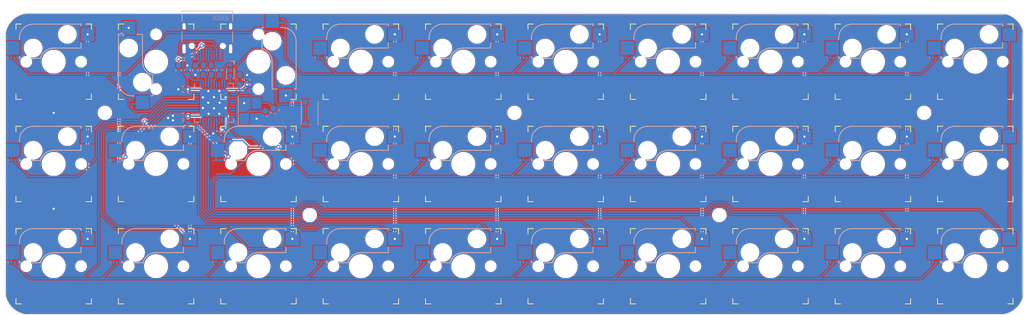
<source format=kicad_pcb>
(kicad_pcb (version 20221018) (generator pcbnew)
  (layers (0 "F.Cu" signal) (31 "B.Cu" signal) (34 "B.Paste" user) (35 "F.Paste" user) (36 "B.SilkS" user "B.Silkscreen") (37 "F.SilkS" user "F.Silkscreen") (38 "B.Mask" user) (39 "F.Mask" user) (44 "Edge.Cuts" user))
  (net 0 "")
  (net 1 "Net-(C1-Pad1)")
  (net 2 "Net-(C2-Pad1)")
  (net 3 "GND")
  (net 4 "VCC")
  (net 5 "/row1")
  (net 6 "Net-(D1-Pad1)")
  (net 7 "/row2")
  (net 8 "Net-(D2-Pad1)")
  (net 9 "/row0")
  (net 10 "Net-(D3-Pad1)")
  (net 11 "Net-(D4-Pad1)")
  (net 12 "Net-(D5-Pad1)")
  (net 13 "Net-(D6-Pad1)")
  (net 14 "Net-(D7-Pad1)")
  (net 15 "Net-(D8-Pad1)")
  (net 16 "Net-(D9-Pad1)")
  (net 17 "Net-(D10-Pad1)")
  (net 18 "Net-(D11-Pad1)")
  (net 19 "Net-(D12-Pad1)")
  (net 20 "Net-(D13-Pad1)")
  (net 21 "Net-(D14-Pad1)")
  (net 22 "Net-(D15-Pad1)")
  (net 23 "Net-(D16-Pad1)")
  (net 24 "Net-(D17-Pad1)")
  (net 25 "Net-(D18-Pad1)")
  (net 26 "Net-(D19-Pad1)")
  (net 27 "Net-(D20-Pad1)")
  (net 28 "Net-(D21-Pad1)")
  (net 29 "Net-(D22-Pad1)")
  (net 30 "Net-(D23-Pad1)")
  (net 31 "Net-(D24-Pad1)")
  (net 32 "Net-(D25-Pad1)")
  (net 33 "Net-(D26-Pad1)")
  (net 34 "Net-(D27-Pad1)")
  (net 35 "Net-(D28-Pad1)")
  (net 36 "Net-(D29-Pad1)")
  (net 37 "Net-(D30-Pad1)")
  (net 38 "/col0")
  (net 39 "/col1")
  (net 40 "/col2")
  (net 41 "/col3")
  (net 42 "/col4")
  (net 43 "/col5")
  (net 44 "/col6")
  (net 45 "/col7")
  (net 46 "/col8")
  (net 47 "/col9")
  (net 48 "Net-(R1-Pad1)")
  (net 49 "Net-(R2-Pad1)")
  (net 50 "Net-(R3-Pad1)")
  (net 51 "Net-(R4-Pad1)")
  (net 52 "Net-(J1-PadA7)")
  (net 53 "Net-(J1-PadA6)")
  (net 54 "Net-(C8-Pad1)")
  (net 55 "Net-(J2-Pad3)")
  (net 56 "Net-(J2-Pad2)")
  (net 57 "Net-(J2-Pad1)")
  (net 58 "Net-(J1-PadB8)")
  (net 59 "Net-(J1-PadA5)")
  (net 60 "Net-(J1-PadA8)")
  (net 61 "Net-(J1-PadB5)")
  (net 62 "Net-(U1-Pad42)")
  (net 63 "Net-(U1-Pad26)")
  (net 64 "Net-(U1-Pad25)")
  (net 65 "Net-(U1-Pad21)")
  (net 66 "Net-(U1-Pad20)")
  (net 67 "Net-(U1-Pad19)")
  (net 68 "Net-(U1-Pad18)")
  (net 69 "Net-(U1-Pad12)")
  (net 70 "Net-(U1-Pad8)")
  (net 71 "Net-(U1-Pad7)")
  (net 72 "Net-(U1-Pad1)")
  (footprint "keyswitches:Kailh_socket_MX" (layer "F.Cu") (at 94.2102 74.93 -90)
    (fp_text reference "K6" hide)
    (fp_text value "KEYSW")
  )
  (footprint "keyswitches:Kailh_socket_MX" (layer "F.Cu") (at 208.2102 74.93)
    (fp_text reference "K24" hide)
    (fp_text value "KEYSW")
  )
  (footprint "keyswitches:Kailh_socket_MX" (layer "F.Cu") (at 227.2102 74.93)
    (fp_text reference "K27" hide)
    (fp_text value "KEYSW")
  )
  (footprint "keyswitches:Kailh_socket_MX" (layer "F.Cu") (at 189.2102 74.93)
    (fp_text reference "K21" hide)
    (fp_text value "KEYSW")
  )
  (footprint "keyswitches:Kailh_socket_MX" (layer "F.Cu") (at 189.2102 93.93)
    (fp_text reference "K22" hide)
    (fp_text value "KEYSW")
  )
  (footprint "keyswitches:Kailh_socket_MX" (layer "F.Cu") (at 208.2102 112.93)
    (fp_text reference "K26" hide)
    (fp_text value "KEYSW")
  )
  (footprint "keyswitches:Kailh_socket_MX" (layer "F.Cu") (at 208.2102 93.93)
    (fp_text reference "K25" hide)
    (fp_text value "KEYSW")
  )
  (footprint "keyswitches:Kailh_socket_MX" (layer "F.Cu") (at 170.2102 93.93)
    (fp_text reference "K19" hide)
    (fp_text value "KEYSW")
  )
  (footprint "keyswitches:Kailh_socket_MX" (layer "F.Cu") (at 170.2102 112.93)
    (fp_text reference "K20" hide)
    (fp_text value "KEYSW")
  )
  (footprint "keyswitches:Kailh_socket_MX" (layer "F.Cu") (at 189.2102 112.93)
    (fp_text reference "K23" hide)
    (fp_text value "KEYSW")
  )
  (footprint "keyswitches:Kailh_socket_MX" (layer "F.Cu") (at 151.2102 112.93)
    (fp_text reference "K17" hide)
    (fp_text value "KEYSW")
  )
  (footprint "keyswitches:Kailh_socket_MX" (layer "F.Cu") (at 132.2102 74.93)
    (fp_text reference "K12" hide)
    (fp_text value "KEYSW")
  )
  (footprint "keyswitches:Kailh_socket_MX" (layer "F.Cu") (at 170.2102 74.93)
    (fp_text reference "K18" hide)
    (fp_text value "KEYSW")
  )
  (footprint "keyswitches:Kailh_socket_MX" (layer "F.Cu") (at 113.2102 93.93)
    (fp_text reference "K10" hide)
    (fp_text value "KEYSW")
  )
  (footprint "keyswitches:Kailh_socket_MX" (layer "F.Cu") (at 151.2102 93.93)
    (fp_text reference "K16" hide)
    (fp_text value "KEYSW")
  )
  (footprint "keyswitches:Kailh_socket_MX" (layer "F.Cu") (at 113.2102 112.93)
    (fp_text reference "K11" hide)
    (fp_text value "KEYSW")
  )
  (footprint "keyswitches:Kailh_socket_MX" (layer "F.Cu") (at 151.2102 74.93)
    (fp_text reference "K15" hide)
    (fp_text value "KEYSW")
  )
  (footprint "keyswitches:Kailh_socket_MX" (layer "F.Cu") (at 132.2102 93.93)
    (fp_text reference "K13" hide)
    (fp_text value "KEYSW")
  )
  (footprint "keyswitches:Kailh_socket_MX" (layer "F.Cu") (at 132.2102 112.93)
    (fp_text reference "K14" hide)
    (fp_text value "KEYSW")
  )
  (footprint "keyswitches:Kailh_socket_MX" (layer "F.Cu") (at 227.2102 112.93)
    (fp_text reference "K29" hide)
    (fp_text value "KEYSW")
  )
  (footprint "keyswitches:Kailh_socket_MX" (layer "F.Cu") (at 56.2102 74.93)
    (fp_text reference "K30" hide)
    (fp_text value "KEYSW")
  )
  (footprint "keyswitches:Kailh_socket_MX" (layer "F.Cu") (at 75.2102 74.93 90)
    (fp_text reference "K3" hide)
    (fp_text value "KEYSW")
  )
  (footprint "keyswitches:Kailh_socket_MX" (layer "F.Cu") (at 227.2102 93.93)
    (fp_text reference "K28" hide)
    (fp_text value "KEYSW")
  )
  (footprint "keyswitches:Kailh_socket_MX" (layer "F.Cu") (at 75.2102 93.93)
    (fp_text reference "K4" hide)
    (fp_text value "KEYSW")
  )
  (footprint "keyswitches:Kailh_socket_MX" (layer "F.Cu") (at 75.2102 112.93)
    (fp_text reference "K5" hide)
    (fp_text value "KEYSW")
  )
  (footprint "keyswitches:Kailh_socket_MX" (layer "F.Cu") (at 113.2102 74.93)
    (fp_text reference "K9" hide)
    (fp_text value "KEYSW")
  )
  (footprint "keyswitches:Kailh_socket_MX" (layer "F.Cu") (at 94.2102 93.93)
    (fp_text reference "K7" hide)
    (fp_text value "KEYSW")
  )
  (footprint "keyswitches:Kailh_socket_MX" (layer "F.Cu") (at 56.2102 93.93)
    (fp_text reference "K1" hide)
    (fp_text value "KEYSW")
  )
  (footprint "keyswitches:Kailh_socket_MX" (layer "F.Cu") (at 56.2102 112.93)
    (fp_text reference "K2" hide)
    (fp_text value "KEYSW")
  )
  (footprint "keyswitches:Kailh_socket_MX" (layer "F.Cu") (at 94.2102 112.93)
    (fp_text reference "K8" hide)
    (fp_text value "KEYSW")
  )
  (footprint "MountingHole:MountingHole_2.2mm_M2" (layer "F.Cu") (at 141.7102 84.43)
    (fp_text reference "H5" hide)
    (fp_text value "MountingHole")
  )
  (footprint "MountingHole:MountingHole_2.2mm_M2" (layer "B.Cu") (at 217.7102 84.43)
    (fp_text reference "H2" hide)
    (fp_text value "MountingHole")
  )
  (footprint "MountingHole:MountingHole_2.2mm_M2" (layer "B.Cu") (at 179.7102 103.43)
    (fp_text reference "H3" hide)
    (fp_text value "MountingHole")
  )
  (footprint "Button_Switch_SMD:SW_Push_1P1T_NO_CK_KMR2" (layer "B.Cu") (at 103.7102 84.43 -90)
    (fp_text reference "SW1" hide)
    (fp_text value "SW_Push")
  )
  (footprint "Diode_SMD:D_0201_0603Metric" (layer "B.Cu") (at 143.6502 93.25)
    (fp_text reference "D17" hide)
    (fp_text value "DIODE")
  )
  (footprint "Diode_SMD:D_0201_0603Metric" (layer "B.Cu") (at 124.6502 112.25)
    (fp_text reference "D15" hide)
    (fp_text value "DIODE")
  )
  (footprint "Diode_SMD:D_0201_0603Metric" (layer "B.Cu") (at 162.6502 74.25)
    (fp_text reference "D19" hide)
    (fp_text value "DIODE")
  )
  (footprint "Diode_SMD:D_0201_0603Metric" (layer "B.Cu") (at 105.6502 93.25)
    (fp_text reference "D11" hide)
    (fp_text value "DIODE")
  )
  (footprint "Diode_SMD:D_0201_0603Metric" (layer "B.Cu") (at 105.6502 112.25)
    (fp_text reference "D12" hide)
    (fp_text value "DIODE")
  )
  (footprint "Diode_SMD:D_0201_0603Metric" (layer "B.Cu") (at 124.6502 74.25)
    (fp_text reference "D13" hide)
    (fp_text value "DIODE")
  )
  (footprint "Diode_SMD:D_0201_0603Metric" (layer "B.Cu") (at 124.6502 93.25)
    (fp_text reference "D14" hide)
    (fp_text value "DIODE")
  )
  (footprint "Diode_SMD:D_0201_0603Metric" (layer "B.Cu") (at 143.6502 74.25)
    (fp_text reference "D16" hide)
    (fp_text value "DIODE")
  )
  (footprint "Diode_SMD:D_0201_0603Metric" (layer "B.Cu") (at 143.6502 112.25)
    (fp_text reference "D18" hide)
    (fp_text value "DIODE")
  )
  (footprint "Diode_SMD:D_0201_0603Metric" (layer "B.Cu") (at 48.6502 93.25)
    (fp_text reference "D1" hide)
    (fp_text value "DIODE")
  )
  (footprint "Capacitor_SMD:C_0603_1608Metric_Pad1.05x0.95mm_HandSolder" (layer "B.Cu") (at 86.9802 76.5 90)
    (fp_text reference "C8" hide)
    (fp_text value "1u")
  )
  (footprint "Capacitor_SMD:C_0603_1608Metric_Pad1.05x0.95mm_HandSolder" (layer "B.Cu") (at 96.098918 84.718718 -45)
    (fp_text reference "C1" hide)
    (fp_text value "22p")
  )
  (footprint "Capacitor_SMD:C_0603_1608Metric_Pad1.05x0.95mm_HandSolder" (layer "B.Cu") (at 97.648918 84.228718 -45)
    (fp_text reference "C2" hide)
    (fp_text value "22p")
  )
  (footprint "Capacitor_SMD:C_0603_1608Metric_Pad1.05x0.95mm_HandSolder" (layer "B.Cu") (at 80.2652 85.05 180)
    (fp_text reference "C3" hide)
    (fp_text value "0.1u")
  )
  (footprint "Capacitor_SMD:C_0603_1608Metric_Pad1.05x0.95mm_HandSolder" (layer "B.Cu") (at 92.1002 78.29 90)
    (fp_text reference "C4" hide)
    (fp_text value "0.1u")
  )
  (footprint "Capacitor_SMD:C_0603_1608Metric_Pad1.05x0.95mm_HandSolder" (layer "B.Cu") (at 80.2502 80.05 180)
    (fp_text reference "C6" hide)
    (fp_text value "0.1u")
  )
  (footprint "Capacitor_SMD:C_0603_1608Metric_Pad1.05x0.95mm_HandSolder" (layer "B.Cu") (at 86.8902 88.19 -135)
    (fp_text reference "C5" hide)
    (fp_text value "0.1u")
  )
  (footprint "Diode_SMD:D_0201_0603Metric" (layer "B.Cu") (at 200.6502 93.25)
    (fp_text reference "D26" hide)
    (fp_text value "DIODE")
  )
  (footprint "Diode_SMD:D_0201_0603Metric" (layer "B.Cu") (at 181.6502 93.25)
    (fp_text reference "D23" hide)
    (fp_text value "DIODE")
  )
  (footprint "Diode_SMD:D_0201_0603Metric" (layer "B.Cu") (at 200.6502 74.25)
    (fp_text reference "D25" hide)
    (fp_text value "DIODE")
  )
  (footprint "Diode_SMD:D_0201_0603Metric" (layer "B.Cu") (at 200.6502 112.25)
    (fp_text reference "D27" hide)
    (fp_text value "DIODE")
  )
  (footprint "Diode_SMD:D_0201_0603Metric" (layer "B.Cu") (at 219.6502 74.25)
    (fp_text reference "D28" hide)
    (fp_text value "DIODE")
  )
  (footprint "Diode_SMD:D_0201_0603Metric" (layer "B.Cu") (at 162.6502 93.25)
    (fp_text reference "D20" hide)
    (fp_text value "DIODE")
  )
  (footprint "Diode_SMD:D_0201_0603Metric" (layer "B.Cu") (at 181.6502 112.25)
    (fp_text reference "D24" hide)
    (fp_text value "DIODE")
  )
  (footprint "Diode_SMD:D_0201_0603Metric" (layer "B.Cu") (at 162.6502 112.25)
    (fp_text reference "D21" hide)
    (fp_text value "DIODE")
  )
  (footprint "Diode_SMD:D_0201_0603Metric" (layer "B.Cu") (at 181.6502 74.25)
    (fp_text reference "D22" hide)
    (fp_text value "DIODE")
  )
  (footprint "Resistor_SMD:R_0603_1608Metric_Pad1.05x0.95mm_HandSolder" (layer "B.Cu") (at 90.7302 78.275 90)
    (fp_text reference "R1" hide)
    (fp_text value "10k")
  )
  (footprint "Crystal:Crystal_SMD_3225-4Pin_3.2x2.5mm_HandSoldering" (layer "B.Cu") (at 92.7102 84.08 90)
    (fp_text reference "Y1" hide)
    (fp_text value "Crystal")
  )
  (footprint "Package_DFN_QFN:QFN-44-1EP_7x7mm_P0.5mm_EP5.2x5.2mm" (layer "B.Cu") (at 85.9502 82.55 -90)
    (fp_text reference "U1" hide)
    (fp_text value "ATmega32U4-MU")
  )
  (footprint "Connector_PinHeader_1.00mm:PinHeader_1x03_P1.00mm_Vertical" (layer "B.Cu") (at 88.9902 75.52 180)
    (fp_text reference "J2" hide)
    (fp_text value "Conn_01x03")
  )
  (footprint "Resistor_SMD:R_0603_1608Metric_Pad1.05x0.95mm_HandSolder" (layer "B.Cu") (at 83.9702 76.495 90)
    (fp_text reference "R3" hide)
    (fp_text value "22")
  )
  (footprint "Resistor_SMD:R_0603_1608Metric_Pad1.05x0.95mm_HandSolder" (layer "B.Cu") (at 85.4702 76.495 90)
    (fp_text reference "R4" hide)
    (fp_text value "22")
  )
  (footprint "usb c:USB_C_Receptacle_HRO_TYPE-C-31-M-12_hand_solder" (layer "B.Cu") (at 84.7202 69.41)
    (fp_text reference "J1" hide)
    (fp_text value "USB_C_Receptacle_USB2.0")
  )
  (footprint "Diode_SMD:D_0201_0603Metric" (layer "B.Cu") (at 105.6502 74.25)
    (fp_text reference "D10" hide)
    (fp_text value "DIODE")
  )
  (footprint "Diode_SMD:D_0201_0603Metric" (layer "B.Cu") (at 86.6502 112.25)
    (fp_text reference "D9" hide)
    (fp_text value "DIODE")
  )
  (footprint "Diode_SMD:D_0201_0603Metric" (layer "B.Cu") (at 70.7502 82.49 90)
    (fp_text reference "D4" hide)
    (fp_text value "DIODE")
  )
  (footprint "Diode_SMD:D_0201_0603Metric" (layer "B.Cu") (at 48.6502 112.25)
    (fp_text reference "D2" hide)
    (fp_text value "DIODE")
  )
  (footprint "Diode_SMD:D_0201_0603Metric" (layer "B.Cu") (at 48.5902 74.25)
    (fp_text reference "D3" hide)
    (fp_text value "DIODE")
  )
  (footprint "Diode_SMD:D_0201_0603Metric" (layer "B.Cu") (at 98.6502 67.37 90)
    (fp_text reference "D7" hide)
    (fp_text value "DIODE")
  )
  (footprint "Diode_SMD:D_0201_0603Metric" (layer "B.Cu") (at 67.6502 93.25)
    (fp_text reference "D5" hide)
    (fp_text value "DIODE")
  )
  (footprint "Diode_SMD:D_0201_0603Metric" (layer "B.Cu") (at 67.6502 112.25)
    (fp_text reference "D6" hide)
    (fp_text value "DIODE")
  )
  (footprint "Diode_SMD:D_0201_0603Metric" (layer "B.Cu") (at 86.6502 93.25)
    (fp_text reference "D8" hide)
    (fp_text value "DIODE")
  )
  (footprint "Diode_SMD:D_0201_0603Metric" (layer "B.Cu") (at 219.6502 93.25)
    (fp_text reference "D29" hide)
    (fp_text value "DIODE")
  )
  (footprint "Diode_SMD:D_0201_0603Metric" (layer "B.Cu") (at 219.6502 112.25)
    (fp_text reference "D30" hide)
    (fp_text value "DIODE")
  )
  (footprint "Resistor_SMD:R_0603_1608Metric_Pad1.05x0.95mm_HandSolder" (layer "B.Cu") (at 80.2602 86.43 180)
    (fp_text reference "R2" hide)
    (fp_text value "10k")
  )
  (footprint "MountingHole:MountingHole_2.2mm_M2" (layer "B.Cu") (at 65.7102 84.43)
    (fp_text reference "H4" hide)
    (fp_text value "MountingHole")
  )
  (footprint "MountingHole:MountingHole_2.2mm_M2" (layer "B.Cu") (at 103.7102 103.43)
    (fp_text reference "H1" hide)
    (fp_text value "MountingHole")
  )
  (footprint "Resistor_SMD:R_0603_1608Metric_Pad1.05x0.95mm_HandSolder" (layer "B.Cu") (at 82.4992 76.5048 90)
    (fp_text reference "R5" hide)
    (fp_text value "22")
  )
  (footprint "Resistor_SMD:R_0603_1608Metric_Pad1.05x0.95mm_HandSolder" (layer "B.Cu") (at 79.4004 76.5162 90)
    (fp_text reference "R6" hide)
    (fp_text value "22")
  )
  (footprint "Capacitor_SMD:C_0603_1608Metric_Pad1.05x0.95mm_HandSolder" (layer "B.Cu") (at 81.026 76.5048 90)
    (fp_text reference "C7" hide)
    (fp_text value "4.7u")
  )
  (gr_arc (start 47.2102 70.43) (mid 48.528219 67.248019) (end 51.7102 65.93) (stroke (width 0.1)) (layer "Edge.Cuts"))
  (gr_arc (start 51.7102 121.93) (mid 48.528219 120.611981) (end 47.2102 117.43) (stroke (width 0.1)) (layer "Edge.Cuts"))
  (gr_line (start 51.7102 121.93) (end 231.7102 121.93) (stroke (width 0.1)) (layer "Edge.Cuts"))
  (gr_line (start 236.2102 117.43) (end 236.2102 72.43) (stroke (width 0.1)) (layer "Edge.Cuts"))
  (gr_line (start 231.7102 65.93) (end 51.7102 65.93) (stroke (width 0.1)) (layer "Edge.Cuts"))
  (gr_line (start 236.2102 72.43) (end 236.2102 70.43) (stroke (width 0.1)) (layer "Edge.Cuts"))
  (gr_arc (start 231.7102 65.93) (mid 234.892181 67.248019) (end 236.2102 70.43) (stroke (width 0.1)) (layer "Edge.Cuts"))
  (gr_arc (start 236.2102 117.43) (mid 234.892181 120.611981) (end 231.7102 121.93) (stroke (width 0.1)) (layer "Edge.Cuts"))
  (gr_line (start 47.2102 97.43) (end 47.2102 117.43) (stroke (width 0.1)) (layer "Edge.Cuts"))
  (gr_line (start 47.2102 70.43) (end 47.2102 97.43) (stroke (width 0.1)) (layer "Edge.Cuts"))
  (gr_text "JLCJLCJLCJLC" (at 87.122 66.802) (layer "B.SilkS") (effects (font (size 0.8 0.3) (thickness 0.0375)) (justify mirror)))
  (segment (start 95.4802 84.1) (end 92.575198 84.1) (width 0.25) (layer "B.Cu") (net 1))
  (segment (start 92.575198 84.1) (end 91.3902 85.284998) (width 0.25) (layer "B.Cu") (net 1))
  (segment (start 91.3902 85.284998) (end 91.3902 85.52) (width 0.25) (layer "B.Cu") (net 1))
  (segment (start 90.15021 85.43001) (end 90.15021 82.826988) (width 0.25) (layer "B.Cu") (net 1))
  (segment (start 89.873222 82.55) (end 89.2877 82.55) (width 0.25) (layer "B.Cu") (net 1))
  (segment (start 91.3902 85.52) (end 90.2402 85.52) (width 0.25) (layer "B.Cu") (net 1))
  (segment (start 90.15021 82.826988) (end 89.873222 82.55) (width 0.25) (layer "B.Cu") (net 1))
  (segment (start 90.2402 85.52) (end 90.15021 85.43001) (width 0.25) (layer "B.Cu") (net 1))
  (segment (start 92.705202 81.24) (end 93.8602 82.394998) (width 0.25) (layer "B.Cu") (net 2))
  (segment (start 90.196033 81.727189) (end 90.196033 81.500009) (width 0.25) (layer "B.Cu") (net 2))
  (segment (start 89.873222 82.05) (end 90.196033 81.727189) (width 0.25) (layer "B.Cu") (net 2))
  (segment (start 96.0402 82.62) (end 93.6902 82.62) (width 0.25) (layer "B.Cu") (net 2))
  (segment (start 90.196033 81.500009) (end 90.456042 81.24) (width 0.25) (layer "B.Cu") (net 2))
  (segment (start 89.2877 82.05) (end 89.873222 82.05) (width 0.25) (layer "B.Cu") (net 2))
  (segment (start 97.0302 83.61) (end 96.0402 82.62) (width 0.25) (layer "B.Cu") (net 2))
  (segment (start 93.8602 82.394998) (end 93.8602 82.63) (width 0.25) (layer "B.Cu") (net 2))
  (segment (start 90.456042 81.24) (end 92.705202 81.24) (width 0.25) (layer "B.Cu") (net 2))
  (segment (start 85.9536 83.5914) (end 85.9282 83.5914) (width 0.25) (layer "F.Cu") (net 3))
  (segment (start 91.5602 82.63) (end 89.1832 82.63) (width 0.25) (layer "F.Cu") (net 3))
  (segment (start 85.9282 83.5914) (end 84.9376 84.582) (width 0.25) (layer "F.Cu") (net 3))
  (segment (start 84.9376 84.582) (end 86.9696 84.582) (width 0.25) (layer "F.Cu") (net 3))
  (segment (start 89.1832 82.63) (end 88.1126 81.5594) (width 0.25) (layer "F.Cu") (net 3))
  (via (at 56.2102 102.26) (size 0.8) (drill 0.4) (layers "F.Cu" "B.Cu") (net 3))
  (via (at 85.9536 83.5914) (size 0.8) (drill 0.4) (layers "F.Cu" "B.Cu") (net 3))
  (via (at 83.8962 83.5406) (size 0.8) (drill 0.4) (layers "F.Cu" "B.Cu") (net 3))
  (via (at 83.8962 81.5594) (size 0.8) (drill 0.4) (layers "F.Cu" "B.Cu") (net 3))
  (via (at 86.995 82.55) (size 0.8) (drill 0.4) (layers "F.Cu" "B.Cu") (net 3))
  (via (at 86.9442 80.3656) (size 0.8) (drill 0.4) (layers "F.Cu" "B.Cu") (net 3))
  (via (at 84.9122 80.391) (size 0.8) (drill 0.4) (layers "F.Cu" "B.Cu") (net 3))
  (via (at 86.9442 84.6074) (size 0.8) (drill 0.4) (layers "F.Cu" "B.Cu") (net 3))
  (via (at 81.026 75.6298) (size 0.8) (drill 0.4) (layers "F.Cu" "B.Cu") (net 3))
  (via (at 91.5602 82.63) (size 0.8) (drill 0.4) (layers "F.Cu" "B.Cu") (net 3))
  (via (at 88.1126 81.5594) (size 0.8) (drill 0.4) (layers "F.Cu" "B.Cu") (net 3))
  (via (at 78.3336 85.8266) (size 0.8) (drill 0.4) (layers "F.Cu" "B.Cu") (net 3))
  (via (at 79.3496 80.0608) (size 0.8) (drill 0.4) (layers "F.Cu" "B.Cu") (net 3))
  (via (at 93.8602 85.53) (size 0.8) (drill 0.4) (layers "F.Cu" "B.Cu") (net 3))
  (via (at 82.4992 77.3798) (size 0.8) (drill 0.4) (layers "F.Cu" "B.Cu") (net 3))
  (via (at 85.9536 81.5086) (size 0.8) (drill 0.4) (layers "F.Cu" "B.Cu") (net 3))
  (via (at 92.1002 77.41) (size 0.8) (drill 0.4) (layers "F.Cu" "B.Cu") (net 3))
  (via (at 84.963 84.6074) (size 0.8) (drill 0.4) (layers "F.Cu" "B.Cu") (net 3))
  (via (at 84.8868 82.55) (size 0.8) (drill 0.4) (layers "F.Cu" "B.Cu") (net 3))
  (via (at 78.3336 84.963) (size 0.8) (drill 0.4) (layers "F.Cu" "B.Cu") (net 3))
  (via (at 85.8012 88.265) (size 0.8) (drill 0.4) (layers "F.Cu" "B.Cu") (net 3))
  (via (at 88.1126 83.5406) (size 0.8) (drill 0.4) (layers "F.Cu" "B.Cu") (net 3))
  (via (at 77.4446 85.3948) (size 0.8) (drill 0.4) (layers "F.Cu" "B.Cu") (net 3))
  (via (at 56.2102 84.43) (size 0.8) (drill 0.4) (layers "F.Cu" "B.Cu") (net 3))
  (segment (start 81.026 75.6298) (end 81.026 75.6298) (width 0.25) (layer "B.Cu") (net 3))
  (segment (start 82.4992 77.3798) (end 81.026 75.6298) (width 0.25) (layer "B.Cu") (net 3))
  (segment (start 85.4502 79.2125) (end 85.4502 79.853) (width 0.25) (layer "B.Cu") (net 3))
  (segment (start 88.40021 85.68241) (end 88.40021 84.393895) (width 0.25) (layer "B.Cu") (net 3))
  (segment (start 88.4502 85.7324) (end 88.40021 85.68241) (width 0.25) (layer "B.Cu") (net 3))
  (segment (start 83.9216 81.534) (end 84.9342 81.534) (width 0.25) (layer "B.Cu") (net 3))
  (segment (start 83.2502 84.55) (end 83.8962 83.904) (width 0.25) (layer "B.Cu") (net 3))
  (segment (start 82.6127 84.55) (end 83.2502 84.55) (width 0.25) (layer "B.Cu") (net 3))
  (segment (start 84.9056 84.55) (end 84.9376 84.582) (width 0.25) (layer "B.Cu") (net 3))
  (segment (start 83.8962 83.904) (end 83.8962 83.5406) (width 0.25) (layer "B.Cu") (net 3))
  (segment (start 83.503285 80.55) (end 83.9216 80.968315) (width 0.25) (layer "B.Cu") (net 3))
  (segment (start 81.026 74.1492) (end 81.4702 73.705) (width 0.25) (layer "B.Cu") (net 3))
  (segment (start 89.2877 81.55) (end 88.122 81.55) (width 0.25) (layer "B.Cu") (net 3))
  (segment (start 84.9342 81.534) (end 85.9502 82.55) (width 0.25) (layer "B.Cu") (net 3))
  (segment (start 92.1002 77.415) (end 92.1002 77.41) (width 0.25) (layer "B.Cu") (net 3))
  (segment (start 86.271482 88.735282) (end 85.8012 88.265) (width 0.25) (layer "B.Cu") (net 3))
  (segment (start 82.4992 77.103) (end 82.4992 77.3798) (width 0.25) (layer "B.Cu") (net 3))
  (segment (start 82.6127 80.55) (end 83.503285 80.55) (width 0.25) (layer "B.Cu") (net 3))
  (segment (start 81.026 75.6298) (end 81.026 74.1492) (width 0.25) (layer "B.Cu") (net 3))
  (segment (start 88.4502 85.8875) (end 88.4502 85.7324) (width 0.25) (layer "B.Cu") (net 3))
  (segment (start 83.9216 80.968315) (end 83.9216 81.534) (width 0.25) (layer "B.Cu") (net 3))
  (segment (start 82.4992 77.3798) (end 82.4992 77.103) (width 0.25) (layer "B.Cu") (net 3))
  (segment (start 88.122 81.55) (end 88.1126 81.5594) (width 0.25) (layer "B.Cu") (net 3))
  (segment (start 88.40021 84.393895) (end 88.1126 84.106285) (width 0.25) (layer "B.Cu") (net 3))
  (segment (start 85.4502 79.853) (end 84.9122 80.391) (width 0.25) (layer "B.Cu") (net 3))
  (segment (start 86.271482 88.808718) (end 86.271482 88.735282) (width 0.25) (layer "B.Cu") (net 3))
  (segment (start 88.1126 84.106285) (end 88.1126 83.5406) (width 0.25) (layer "B.Cu") (net 3))
  (segment (start 81.1252 85.035) (end 81.1402 85.05) (width 0.25) (layer "F.Cu") (net 4))
  (segment (start 81.1252 80.05) (end 83.4502 80.05) (width 0.25) (layer "F.Cu") (net 4))
  (segment (start 86.0852 82.415) (end 88.4202 80.08) (width 0.25) (layer "F.Cu") (net 4))
  (segment (start 81.1402 85.05) (end 83.4502 85.05) (width 0.25) (layer "F.Cu") (net 4))
  (segment (start 83.4502 85.05) (end 86.0852 82.415) (width 0.25) (layer "F.Cu") (net 4))
  (segment (start 88.4202 80.08) (end 91.1852 80.08) (width 0.25) (layer "F.Cu") (net 4))
  (segment (start 91.1852 80.08) (end 92.1002 79.165) (width 0.25) (layer "F.Cu") (net 4))
  (segment (start 85.9502 82.55) (end 88.4202 85.02) (width 0.25) (layer "F.Cu") (net 4))
  (segment (start 86.0852 82.415) (end 85.9502 82.55) (width 0.25) (layer "F.Cu") (net 4))
  (segment (start 88.4202 86.66) (end 87.508918 87.571282) (width 0.25) (layer "F.Cu") (net 4))
  (segment (start 88.4202 85.02) (end 88.4202 86.66) (width 0.25) (layer "F.Cu") (net 4))
  (segment (start 83.4502 80.05) (end 85.9502 82.55) (width 0.25) (layer "F.Cu") (net 4))
  (via (at 81.1402 85.05) (size 0.8) (drill 0.4) (layers "F.Cu" "B.Cu") (net 4))
  (via (at 81.1252 80.05) (size 0.8) (drill 0.4) (layers "F.Cu" "B.Cu") (net 4))
  (via (at 92.1002 79.165) (size 0.8) (drill 0.4) (layers "F.Cu" "B.Cu") (net 4))
  (via (at 87.508918 87.571282) (size 0.8) (drill 0.4) (layers "F.Cu" "B.Cu") (net 4))
  (segment (start 82.480201 71.697999) (end 81.947192 71.16499) (width 0.25) (layer "B.Cu") (net 4))
  (segment (start 82.2702 73.705) (end 82.480201 73.494999) (width 0.25) (layer "B.Cu") (net 4))
  (segment (start 82.480201 73.494999) (end 82.480201 71.697999) (width 0.25) (layer "B.Cu") (net 4))
  (segment (start 87.1702 72.694998) (end 85.640192 71.16499) (width 0.25) (layer "B.Cu") (net 4))
  (segment (start 87.1702 73.705) (end 87.1702 72.694998) (width 0.25) (layer "B.Cu") (net 4))
  (segment (start 81.947192 71.16499) (end 81.47521 71.16499) (width 0.25) (layer "B.Cu") (net 4))
  (segment (start 85.640192 71.16499) (end 81.47521 71.16499) (width 0.25) (layer "B.Cu") (net 4))
  (segment (start 92.1002 78.97) (end 90.7302 77.6) (width 0.25) (layer "B.Cu") (net 4))
  (segment (start 90.7302 77.6) (end 90.7302 77.4) (width 0.25) (layer "B.Cu") (net 4))
  (segment (start 91.059622 80.00001) (end 91.77019 80.00001) (width 0.25) (layer "B.Cu") (net 4))
  (segment (start 91.77019 80.00001) (end 92.1002 79.67) (width 0.25) (layer "B.Cu") (net 4))
  (segment (start 81.1252 80.05) (end 82.6127 80.05) (width 0.25) (layer "B.Cu") (net 4))
  (segment (start 92.1002 79.67) (end 92.1002 79.165) (width 0.25) (layer "B.Cu") (net 4))
  (segment (start 90.009632 81.05) (end 91.059622 80.00001) (width 0.25) (layer "B.Cu") (net 4))
  (segment (start 89.2877 81.05) (end 90.009632 81.05) (width 0.25) (layer "B.Cu") (net 4))
  (segment (start 92.1002 79.165) (end 92.1002 78.97) (width 0.25) (layer "B.Cu") (net 4))
  (segment (start 81.1402 85.05) (end 82.6127 85.05) (width 0.25) (layer "B.Cu") (net 4))
  (segment (start 79.59519 73.49919) (end 80.2132 74.1172) (width 0.25) (layer "B.Cu") (net 4))
  (segment (start 80.9752 77.329) (end 81.026 77.3798) (width 0.25) (layer "B.Cu") (net 4))
  (segment (start 80.05847 71.16499) (end 79.6036 71.61986) (width 0.25) (layer "B.Cu") (net 4))
  (segment (start 87.9502 85.8875) (end 87.9502 87.13) (width 0.25) (layer "B.Cu") (net 4))
  (segment (start 81.47521 71.16499) (end 80.05847 71.16499) (width 0.25) (layer "B.Cu") (net 4))
  (segment (start 81.026 77.3798) (end 81.026 79.9508) (width 0.25) (layer "B.Cu") (net 4))
  (segment (start 83.9502 78.575) (end 83.7088 78.3336) (width 0.25) (layer "B.Cu") (net 4))
  (segment (start 79.6036 71.61986) (end 79.6036 71.648144) (width 0.25) (layer "B.Cu") (net 4))
  (segment (start 80.2132 74.1172) (end 80.2132 76.9112) (width 0.25) (layer "B.Cu") (net 4))
  (segment (start 79.59519 71.656554) (end 79.59519 73.49919) (width 0.25) (layer "B.Cu") (net 4))
  (segment (start 80.631 77.329) (end 80.9752 77.329) (width 0.25) (layer "B.Cu") (net 4))
  (segment (start 83.7088 78.3336) (end 81.9798 78.3336) (width 0.25) (layer "B.Cu") (net 4))
  (segment (start 79.6036 71.648144) (end 79.59519 71.656554) (width 0.25) (layer "B.Cu") (net 4))
  (segment (start 81.9798 78.3336) (end 81.026 77.3798) (width 0.25) (layer "B.Cu") (net 4))
  (segment (start 83.9502 79.2125) (end 83.9502 78.575) (width 0.25) (layer "B.Cu") (net 4))
  (segment (start 80.2132 76.9112) (end 80.631 77.329) (width 0.25) (layer "B.Cu") (net 4))
  (segment (start 81.026 79.9508) (end 81.1252 80.05) (width 0.25) (layer "B.Cu") (net 4))
  (segment (start 87.9502 87.13) (end 87.508918 87.571282) (width 0.25) (layer "B.Cu") (net 4))
  (segment (start 97.8902 90.79) (end 92.501202 90.79) (width 0.25) (layer "F.Cu") (net 5))
  (segment (start 89.524199 89.564999) (end 88.575199 90.513999) (width 0.25) (layer "F.Cu") (net 5))
  (segment (start 83.085059 87.024999) (end 88.628616 92.568556) (width 0.25) (layer "F.Cu") (net 5))
  (segment (start 69.5252 92.611254) (end 69.5252 90.563998) (width 0.25) (layer "F.Cu") (net 5))
  (segment (start 73.100063 86.03002) (end 73.064199 86.065884) (width 0.25) (layer "F.Cu") (net 5))
  (segment (start 91.276201 89.564999) (end 89.524199 89.564999) (width 0.25) (layer "F.Cu") (net 5))
  (segment (start 88.575199 90.513999) (end 88.575199 92.515139) (width 0.25) (layer "F.Cu") (net 5))
  (segment (start 69.5252 90.563998) (end 73.064199 87.024999) (width 0.25) (layer "F.Cu") (net 5))
  (segment (start 92.501202 90.79) (end 91.276201 89.564999) (width 0.25) (layer "F.Cu") (net 5))
  (segment (start 73.064199 87.024999) (end 83.085059 87.024999) (width 0.25) (layer "F.Cu") (net 5))
  (segment (start 73.064199 86.065884) (end 73.064199 87.024999) (width 0.25) (layer "F.Cu") (net 5))
  (segment (start 88.575199 92.515139) (end 88.628616 92.568556) (width 0.25) (layer "F.Cu") (net 5))
  (via (at 69.5252 92.611254) (size 0.8) (drill 0.4) (layers "F.Cu" "B.Cu") (net 5))
  (via (at 97.8902 90.79) (size 0.8) (drill 0.4) (layers "F.Cu" "B.Cu") (net 5))
  (via (at 73.100063 86.03002) (size 0.8) (drill 0.4) (layers "F.Cu" "B.Cu") (net 5))
  (via (at 88.628616 92.568556) (size 0.8) (drill 0.4) (layers "F.Cu" "B.Cu") (net 5))
  (segment (start 162.88521 93.33499) (end 162.9702 93.25) (width 0.25) (layer "B.Cu") (net 5))
  (segment (start 51.708767 96.248901) (end 60.711633 96.248901) (width 0.25) (layer "B.Cu") (net 5))
  (segment (start 108.708767 96.248901) (end 122.171299 96.248901) (width 0.25) (layer "B.Cu") (net 5))
  (segment (start 162.88521 93.526048) (end 162.88521 93.33499) (width 0.25) (layer "B.Cu") (net 5))
  (segment (start 108.708767 96.248901) (end 103.349435 96.248901) (width 0.25) (layer "B.Cu") (net 5))
  (segment (start 143.9702 93.45) (end 143.9702 93.25) (width 0.25) (layer "B.Cu") (net 5))
  (segment (start 179.162357 96.248901) (end 181.9702 93.441058) (width 0.25) (layer "B.Cu") (net 5))
  (segment (start 141.171299 96.248901) (end 143.9702 93.45) (width 0.25) (layer "B.Cu") (net 5))
  (segment (start 64.1102 87.87641) (end 65.681599 86.305011) (width 0.25) (layer "B.Cu") (net 5))
  (segment (start 48.9702 93.25) (end 48.9702 93.510334) (width 0.25) (layer "B.Cu") (net 5))
  (segment (start 74.199022 85.344) (end 74.736611 84.806411) (width 0.25) (layer "B.Cu") (net 5))
  (segment (start 181.9702 93.441058) (end 181.9702 93.25) (width 0.25) (layer "B.Cu") (net 5))
  (segment (start 198.171299 96.248901) (end 217.162357 96.248901) (width 0.25) (layer "B.Cu") (net 5))
  (segment (start 88.628616 92.568556) (end 87.947172 93.25) (width 0.25) (layer "B.Cu") (net 5))
  (segment (start 97.890534 90.79) (end 97.8902 90.79) (width 0.25) (layer "B.Cu") (net 5))
  (segment (start 73.513002 86.03002) (end 73.100063 86.03002) (width 0.25) (layer "B.Cu") (net 5))
  (segment (start 103.349435 96.248901) (end 97.890534 90.79) (width 0.25) (layer "B.Cu") (net 5))
  (segment (start 72.825072 86.305011) (end 73.100063 86.03002) (width 0.25) (layer "B.Cu") (net 5))
  (segment (start 200.9702 93.45) (end 200.9702 93.25) (width 0.25) (layer "B.Cu") (net 5))
  (segment (start 122.171299 96.248901) (end 141.171299 96.248901) (width 0.25) (layer "B.Cu") (net 5))
  (segment (start 141.171299 96.248901) (end 160.162357 96.248901) (width 0.25) (layer "B.Cu") (net 5))
  (segment (start 219.9702 93.441058) (end 219.9702 93.25) (width 0.25) (layer "B.Cu") (net 5))
  (segment (start 64.1102 92.850334) (end 64.1102 87.87641) (width 0.25) (layer "B.Cu") (net 5))
  (segment (start 74.199022 85.344) (end 73.513002 86.03002) (width 0.25) (layer "B.Cu") (net 5))
  (segment (start 217.162357 96.248901) (end 219.9702 93.441058) (width 0.25) (layer "B.Cu") (net 5))
  (segment (start 74.736611 84.806411) (end 76.993022 82.55) (width 0.25) (layer "B.Cu") (net 5))
  (segment (start 124.9702 93.45) (end 124.9702 93.25) (width 0.25) (layer "B.Cu") (net 5))
  (segment (start 48.9702 93.510334) (end 51.708767 96.248901) (width 0.25) (layer "B.Cu") (net 5))
  (segment (start 68.886454 93.25) (end 69.5252 92.611254) (width 0.25) (layer "B.Cu") (net 5))
  (segment (start 122.171299 96.248901) (end 124.9702 93.45) (width 0.25) (layer "B.Cu") (net 5))
  (segment (start 160.162357 96.248901) (end 179.162357 96.248901) (width 0.25) (layer "B.Cu") (net 5))
  (segment (start 179.162357 96.248901) (end 198.171299 96.248901) (width 0.25) (layer "B.Cu") (net 5))
  (segment (start 160.162357 96.248901) (end 162.88521 93.526048) (width 0.25) (layer "B.Cu") (net 5))
  (segment (start 76.993022 82.55) (end 82.6127 82.55) (width 0.25) (layer "B.Cu") (net 5))
  (segment (start 87.947172 93.25) (end 86.9702 93.25) (width 0.25) (layer "B.Cu") (net 5))
  (segment (start 198.171299 96.248901) (end 200.9702 93.45) (width 0.25) (layer "B.Cu") (net 5))
  (segment (start 105.9702 93.25) (end 105.9702 93.510334) (width 0.25) (layer "B.Cu") (net 5))
  (segment (start 74.485201 85.057821) (end 74.736611 84.806411) (width 0.25) (layer "B.Cu") (net 5))
  (segment (start 60.711633 96.248901) (end 64.1102 92.850334) (width 0.25) (layer "B.Cu") (net 5))
  (segment (start 105.9702 93.510334) (end 108.708767 96.248901) (width 0.25) (layer "B.Cu") (net 5))
  (segment (start 67.9702 93.25) (end 68.886454 93.25) (width 0.25) (layer "B.Cu") (net 5))
  (segment (start 65.681599 86.305011) (end 72.825072 86.305011) (width 0.25) (layer "B.Cu") (net 5))
  (segment (start 48.6502 91.39) (end 48.3302 91.71) (width 0.25) (layer "B.Cu") (net 6))
  (segment (start 48.3302 91.71) (end 48.3302 93.25) (width 0.25) (layer "B.Cu") (net 6))
  (segment (start 64.56021 88.06281) (end 65.868 86.75502) (width 0.25) (layer "B.Cu") (net 7))
  (segment (start 200.9302 112.25) (end 200.88521 112.29499) (width 0.25) (layer "B.Cu") (net 7))
  (segment (start 143.9702 112.45) (end 143.9702 112.25) (width 0.25) (layer "B.Cu") (net 7))
  (segment (start 200.88521 112.29499) (end 200.88521 112.526048) (width 0.25) (layer "B.Cu") (net 7))
  (segment (start 219.9702 112.45) (end 217.171299 115.248901) (width 0.25) (layer "B.Cu") (net 7))
  (segment (start 73.424413 86.755019) (end 74.909816 85.269616) (width 0.25) (layer "B.Cu") (net 7))
  (segment (start 84.171299 115.248901) (end 86.9702 112.45) (width 0.25) (layer "B.Cu") (net 7))
  (segment (start 74.671601 85.507831) (end 74.909816 85.269616) (width 0.25) (layer "B.Cu") (net 7))
  (segment (start 77.129432 83.05) (end 82.6127 83.05) (width 0.25) (layer "B.Cu") (net 7))
  (segment (start 65.171299 115.248901) (end 61.781299 115.248901) (width 0.25) (layer "B.Cu") (net 7))
  (segment (start 122.162357 115.248901) (end 124.9702 112.441058) (width 0.25) (layer "B.Cu") (net 7))
  (segment (start 74.909816 85.269616) (end 77.129432 83.05) (width 0.25) (layer "B.Cu") (net 7))
  (segment (start 141.171299 115.248901) (end 143.9702 112.45) (width 0.25) (layer "B.Cu") (net 7))
  (segment (start 200.9702 112.25) (end 200.9302 112.25) (width 0.25) (layer "B.Cu") (net 7))
  (segment (start 198.162357 115.248901) (end 179.049101 115.248901) (width 0.25) (layer "B.Cu") (net 7))
  (segment (start 181.9702 112.45) (end 179.171299 115.248901) (width 0.25) (layer "B.Cu") (net 7))
  (segment (start 64.56021 112.46999) (end 64.56021 88.06281) (width 0.25) (layer "B.Cu") (net 7))
  (segment (start 179.171299 115.248901) (end 179.049101 115.248901) (width 0.25) (layer "B.Cu") (net 7))
  (segment (start 48.9702 112.25) (end 48.9702 112.510334) (width 0.25) (layer "B.Cu") (net 7))
  (segment (start 160.171299 115.248901) (end 141.171299 115.248901) (width 0.25) (layer "B.Cu") (net 7))
  (segment (start 162.9702 112.45) (end 160.171299 115.248901) (width 0.25) (layer "B.Cu") (net 7))
  (segment (start 67.9702 112.25) (end 67.9702 112.45) (width 0.25) (layer "B.Cu") (net 7))
  (segment (start 48.9702 112.510334) (end 51.708767 115.248901) (width 0.25) (layer "B.Cu") (net 7))
  (segment (start 67.9702 112.45) (end 65.171299 115.248901) (width 0.25) (layer "B.Cu") (net 7))
  (segment (start 86.9702 112.45) (end 86.9702 112.25) (width 0.25) (layer "B.Cu") (net 7))
  (segment (start 51.708767 115.248901) (end 60.711633 115.248901) (width 0.25) (layer "B.Cu") (net 7))
  (segment (start 103.171299 115.248901) (end 122.162357 115.248901) (width 0.25) (layer "B.Cu") (net 7))
  (segment (start 61.781299 115.248901) (end 64.56021 112.46999) (width 0.25) (layer "B.Cu") (net 7))
  (segment (start 65.868 86.75502) (end 73.424413 86.755019) (width 0.25) (layer "B.Cu") (net 7))
  (segment (start 122.162357 115.248901) (end 141.171299 115.248901) (width 0.25) (layer "B.Cu") (net 7))
  (segment (start 124.9702 112.441058) (end 124.9702 112.25) (width 0.25) (layer "B.Cu") (net 7))
  (segment (start 65.171299 115.248901) (end 84.171299 115.248901) (width 0.25) (layer "B.Cu") (net 7))
  (segment (start 103.171299 115.248901) (end 105.9702 112.45) (width 0.25) (layer "B.Cu") (net 7))
  (segment (start 181.9702 112.25) (end 181.9702 112.45) (width 0.25) (layer "B.Cu") (net 7))
  (segment (start 162.9702 112.25) (end 162.9702 112.45) (width 0.25) (layer "B.Cu") (net 7))
  (segment (start 84.171299 115.248901) (end 103.171299 115.248901) (width 0.25) (layer "B.Cu") (net 7))
  (segment (start 105.9702 112.45) (end 105.9702 112.25) (width 0.25) (layer "B.Cu") (net 7))
  (segment (start 179.049101 115.248901) (end 160.171299 115.248901) (width 0.25) (layer "B.Cu") (net 7))
  (segment (start 219.9702 112.25) (end 219.9702 112.45) (width 0.25) (layer "B.Cu") (net 7))
  (segment (start 217.171299 115.248901) (end 198.162357 115.248901) (width 0.25) (layer "B.Cu") (net 7))
  (segment (start 61.781299 115.248901) (end 60.711633 115.248901) (width 0.25) (layer "B.Cu") (net 7))
  (segment (start 200.88521 112.526048) (end 198.162357 115.248901) (width 0.25) (layer "B.Cu") (net 7))
  (segment (start 48.6502 110.39) (end 48.3302 110.71) (width 0.25) (layer "B.Cu") (net 8))
  (segment (start 48.3302 110.71) (end 48.3302 112.25) (width 0.25) (layer "B.Cu") (net 8))
  (segment (start 92.834856 69.48501) (end 77.315524 69.48501) (width 0.25) (layer "B.Cu") (net 9))
  (segment (start 99.17521 74.16499) (end 102.259121 77.248901) (width 0.25) (layer "B.Cu") (net 9))
  (segment (start 48.9102 74.25) (end 48.9102 74.450334) (width 0.25) (layer "B.Cu") (net 9))
  (segment (start 179.171299 77.248901) (end 181.9702 74.45) (width 0.25) (layer "B.Cu") (net 9))
  (segment (start 99.17521 70.844008) (end 97.626201 69.294999) (width 0.25) (layer "B.Cu") (net 9))
  (segment (start 64.219101 77.248901) (end 65.829101 77.248901) (width 0.25) (layer "B.Cu") (net 9))
  (segment (start 143.9702 74.441058) (end 143.9702 74.25) (width 0.25) (layer "B.Cu") (net 9))
  (segment (start 77.315524 69.48501) (end 69.551633 77.248901) (width 0.25) (layer "B.Cu") (net 9))
  (segment (start 69.551633 77.248901) (end 65.559101 77.248901) (width 0.25) (layer "B.Cu") (net 9))
  (segment (start 160.171299 77.248901) (end 162.9702 74.45) (width 0.25) (layer "B.Cu") (net 9))
  (segment (start 74.112399 84.157803) (end 71.266945 84.157803) (width 0.25) (layer "B.Cu") (net 9))
  (segment (start 198.325729 77.085529) (end 200.9702 74.441058) (width 0.25) (layer "B.Cu") (net 9))
  (segment (start 179.171299 77.248901) (end 198.162357 77.248901) (width 0.25) (layer "B.Cu") (net 9))
  (segment (start 65.829101 77.248901) (end 69.9602 81.38) (width 0.25) (layer "B.Cu") (net 9))
  (segment (start 162.9702 74.45) (end 162.9702 74.25) (width 0.25) (layer "B.Cu") (net 9))
  (segment (start 181.9702 74.45) (end 181.9702 74.25) (width 0.25) (layer "B.Cu") (net 9))
  (segment (start 71.266945 84.157803) (end 70.2252 83.116058) (width 0.25) (layer "B.Cu") (net 9))
  (segment (start 69.9602 81.38) (end 70.7502 82.17) (width 0.25) (layer "B.Cu") (net 9))
  (segment (start 98.6502 67.05) (end 98.8502 67.05) (width 0.25) (layer "B.Cu") (net 9))
  (segment (start 200.9702 74.441058) (end 200.9702 74.25) (width 0.25) (layer "B.Cu") (net 9))
  (segment (start 65.559101 77.248901) (end 65.829101 77.248901) (width 0.25) (layer "B.Cu") (net 9))
  (segment (start 198.325729 77.085529) (end 198.489101 77.248901) (width 0.25) (layer "B.Cu") (net 9))
  (segment (start 99.17521 74.16499) (end 99.17521 70.844008) (width 0.25) (layer "B.Cu") (net 9))
  (segment (start 219.9702 74.441058) (end 219.9702 74.25) (width 0.25) (layer "B.Cu") (net 9))
  (segment (start 93.645767 68.674099) (end 92.834856 69.48501) (width 0.25) (layer "B.Cu") (net 9))
  (segment (start 124.9702 74.45) (end 124.9702 74.25) (width 0.25) (layer "B.Cu") (net 9))
  (segment (start 198.162357 77.248901) (end 198.325729 77.085529) (width 0.25) (layer "B.Cu") (net 9))
  (segment (start 76.720202 81.55) (end 74.112399 84.157803) (width 0.25) (layer "B.Cu") (net 9))
  (segment (start 122.171299 77.248901) (end 124.9702 74.45) (width 0.25) (layer "B.Cu") (net 9))
  (segment (start 94.844301 68.674099) (end 93.645767 68.674099) (width 0.25) (layer "B.Cu") (net 9))
  (segment (start 48.9102 74.450334) (end 51.708767 77.248901) (width 0.25) (layer "B.Cu") (net 9))
  (segment (start 122.171299 77.248901) (end 141.162357 77.248901) (width 0.25) (layer "B.Cu") (net 9))
  (segment (start 99.17521 67.37501) (end 99.17521 74.16499) (width 0.25) (layer "B.Cu") (net 9))
  (segment (start 217.162357 77.248901) (end 219.9702 74.441058) (width 0.25) (layer "B.Cu") (net 9))
  (segment (start 95.465201 69.294999) (end 94.844301 68.674099) (width 0.25) (layer "B.Cu") (net 9))
  (segment (start 198.489101 77.248901) (end 217.162357 77.248901) (width 0.25) (layer "B.Cu") (net 9))
  (segment (start 82.6127 81.55) (end 76.720202 81.55) (width 0.25) (layer "B.Cu") (net 9))
  (segment (start 51.708767 77.248901) (end 64.219101 77.248901) (width 0.25) (layer "B.Cu") (net 9))
  (segment (start 98.8502 67.05) (end 99.17521 67.37501) (width 0.25) (layer "B.Cu") (net 9))
  (segment (start 160.171299 77.248901) (end 179.171299 77.248901) (width 0.25) (layer "B.Cu") (net 9))
  (segment (start 141.162357 77.248901) (end 160.171299 77.248901) (width 0.25) (layer "B.Cu") (net 9))
  (segment (start 102.259121 77.248901) (end 109.049101 77.248901) (width 0.25) (layer "B.Cu") (net 9))
  (segment (start 105.9702 74.510334) (end 108.708767 77.248901) (width 0.25) (layer "B.Cu") (net 9))
  (segment (start 97.626201 69.294999) (end 95.465201 69.294999) (width 0.25) (layer "B.Cu") (net 9))
  (segment (start 108.708767 77.248901) (end 109.049101 77.248901) (width 0.25) (layer "B.Cu") (net 9))
  (segment (start 109.049101 77.248901) (end 122.171299 77.248901) (width 0.25) (layer "B.Cu") (net 9))
  (segment (start 70.2252 81.645) (end 69.9602 81.38) (width 0.25) (layer "B.Cu") (net 9))
  (segment (start 70.2252 83.116058) (end 70.2252 81.645) (width 0.25) (layer "B.Cu") (net 9))
  (segment (start 64.219101 77.248901) (end 65.559101 77.248901) (width 0.25) (layer "B.Cu") (net 9))
  (segment (start 105.9702 74.25) (end 105.9702 74.510334) (width 0.25) (layer "B.Cu") (net 9))
  (segment (start 141.162357 77.248901) (end 143.9702 74.441058) (width 0.25) (layer "B.Cu") (net 9))
  (segment (start 48.6502 72.39) (end 48.2702 72.77) (width 0.25) (layer "B.Cu") (net 10))
  (segment (start 48.2702 72.77) (end 48.2702 74.25) (width 0.25) (layer "B.Cu") (net 10))
  (segment (start 72.3502 82.81) (end 70.7502 82.81) (width 0.25) (layer "B.Cu") (net 11))
  (segment (start 72.6702 82.49) (end 72.3502 82.81) (width 0.25) (layer "B.Cu") (net 11))
  (segment (start 67.6502 91.39) (end 67.3302 91.71) (width 0.25) (layer "B.Cu") (net 12))
  (segment (start 67.3302 91.71) (end 67.3302 93.25) (width 0.25) (layer "B.Cu") (net 12))
  (segment (start 67.3302 110.71) (end 67.3302 112.25) (width 0.25) (layer "B.Cu") (net 13))
  (segment (start 67.6502 110.39) (end 67.3302 110.71) (width 0.25) (layer "B.Cu") (net 13))
  (segment (start 97.0702 67.69) (end 96.7502 67.37) (width 0.25) (layer "B.Cu") (net 14))
  (segment (start 98.6502 67.69) (end 97.0702 67.69) (width 0.25) (layer "B.Cu") (net 14))
  (segment (start 86.3302 91.71) (end 86.3302 93.25) (width 0.25) (layer "B.Cu") (net 15))
  (segment (start 86.6502 91.39) (end 86.3302 91.71) (width 0.25) (layer "B.Cu") (net 15))
  (segment (start 86.6502 110.39) (end 86.3302 110.71) (width 0.25) (layer "B.Cu") (net 16))
  (segment (start 86.3302 110.71) (end 86.3302 112.25) (width 0.25) (layer "B.Cu") (net 16))
  (segment (start 105.6502 72.39) (end 105.3302 72.71) (width 0.25) (layer "B.Cu") (net 17))
  (segment (start 105.3302 72.71) (end 105.3302 74.25) (width 0.25) (layer "B.Cu") (net 17))
  (segment (start 105.6502 91.39) (end 105.3302 91.71) (width 0.25) (layer "B.Cu") (net 18))
  (segment (start 105.3302 91.71) (end 105.3302 93.25) (width 0.25) (layer "B.Cu") (net 18))
  (segment (start 105.6502 110.39) (end 105.3302 110.71) (width 0.25) (layer "B.Cu") (net 19))
  (segment (start 105.3302 110.71) (end 105.3302 112.25) (width 0.25) (layer "B.Cu") (net 19))
  (segment (start 124.6502 72.39) (end 124.3302 72.71) (width 0.25) (layer "B.Cu") (net 20))
  (segment (start 124.3302 72.71) (end 124.3302 74.25) (width 0.25) (layer "B.Cu") (net 20))
  (segment (start 124.6502 91.39) (end 124.3302 91.71) (width 0.25) (layer "B.Cu") (net 21))
  (segment (start 124.3302 91.71) (end 124.3302 93.25) (width 0.25) (layer "B.Cu") (net 21))
  (segment (start 124.6502 110.39) (end 124.3302 110.71) (width 0.25) (layer "B.Cu") (net 22))
  (segment (start 124.3302 110.71) (end 124.3302 112.25) (width 0.25) (layer "B.Cu") (net 22))
  (segment (start 143.3302 72.71) (end 143.3302 74.25) (width 0.25) (layer "B.Cu") (net 23))
  (segment (start 143.6502 72.39) (end 143.3302 72.71) (width 0.25) (layer "B.Cu") (net 23))
  (segment (start 143.6502 91.39) (end 143.3302 91.71) (width 0.25) (layer "B.Cu") (net 24))
  (segment (start 143.3302 91.71) (end 143.3302 93.25) (width 0.25) (layer "B.Cu") (net 24))
  (segment (start 143.6502 110.39) (end 143.3302 110.71) (width 0.25) (layer "B.Cu") (net 25))
  (segment (start 143.3302 110.71) (end 143.3302 112.25) (width 0.25) (layer "B.Cu") (net 25))
  (segment (start 162.6502 72.39) (end 162.3302 72.71) (width 0.25) (layer "B.Cu") (net 26))
  (segment (start 162.3302 72.71) (end 162.3302 74.25) (width 0.25) (layer "B.Cu") (net 26))
  (segment (start 162.6502 91.39) (end 162.3302 91.71) (width 0.25) (layer "B.Cu") (net 27))
  (segment (start 162.3302 91.71) (end 162.3302 93.25) (width 0.25) (layer "B.Cu") (net 27))
  (segment (start 162.6502 110.39) (end 162.3302 110.71) (width 0.25) (layer "B.Cu") (net 28))
  (segment (start 162.3302 110.71) (end 162.3302 112.25) (width 0.25) (layer "B.Cu") (net 28))
  (segment (start 181.3302 72.71) (end 181.3302 74.25) (width 0.25) (layer "B.Cu") (net 29))
  (segment (start 181.6502 72.39) (end 181.3302 72.71) (width 0.25) (layer "B.Cu") (net 29))
  (segment (start 181.3302 91.71) (end 181.3302 93.25) (width 0.25) (layer "B.Cu") (net 30))
  (segment (start 181.6502 91.39) (end 181.3302 91.71) (width 0.25) (layer "B.Cu") (net 30))
  (segment (start 181.6502 110.39) (end 181.3302 110.71) (width 0.25) (layer "B.Cu") (net 31))
  (segment (start 181.3302 110.71) (end 181.3302 112.25) (width 0.25) (layer "B.Cu") (net 31))
  (segment (start 200.3302 72.71) (end 200.3302 74.25) (width 0.25) (layer "B.Cu") (net 32))
  (segment (start 200.6502 72.39) (end 200.3302 72.71) (width 0.25) (layer "B.Cu") (net 32))
  (segment (start 200.3302 91.71) (end 200.3302 93.25) (width 0.25) (layer "B.Cu") (net 33))
  (segment (start 200.6502 91.39) (end 200.3302 91.71) (width 0.25) (layer "B.Cu") (net 33))
  (segment (start 200.3302 110.71) (end 200.3302 112.25) (width 0.25) (layer "B.Cu") (net 34))
  (segment (start 200.6502 110.39) (end 200.3302 110.71) (width 0.25) (layer "B.Cu") (net 34))
  (segment (start 219.6502 72.39) (end 219.3302 72.71) (width 0.25) (layer "B.Cu") (net 35))
  (segment (start 219.3302 72.71) (end 219.3302 74.25) (width 0.25) (layer "B.Cu") (net 35))
  (segment (start 219.6502 91.39) (end 219.3302 91.71) (width 0.25) (layer "B.Cu") (net 36))
  (segment (start 219.3302 91.71) (end 219.3302 93.25) (width 0.25) (layer "B.Cu") (net 36))
  (segment (start 219.3302 110.71) (end 219.3302 112.25) (width 0.25) (layer "B.Cu") (net 37))
  (segment (start 219.6502 110.39) (end 219.3302 110.71) (width 0.25) (layer "B.Cu") (net 37))
  (segment (start 62.5002 88.85) (end 62.5002 88.85) (width 0.25) (layer "F.Cu") (net 38))
  (segment (start 62.5002 107.85) (end 62.5002 88.85) (width 0.25) (layer "F.Cu") (net 38))
  (segment (start 62.5002 88.85) (end 62.5002 69.85) (width 0.25) (layer "F.Cu") (net 38))
  (via (at 62.5002 69.85) (size 0.8) (drill 0.4) (layers "F.Cu" "B.Cu") (net 38))
  (via (at 62.5002 107.85) (size 0.8) (drill 0.4) (layers "F.Cu" "B.Cu") (net 38))
  (via (at 62.5002 88.85) (size 0.8) (drill 0.4) (layers "F.Cu" "B.Cu") (net 38))
  (segment (start 82.6127 82.05) (end 76.856612 82.05) (width 0.25) (layer "B.Cu") (net 38))
  (segment (start 73.816612 85.09) (end 72.898 85.09) (width 0.25) (layer "B.Cu") (net 38))
  (segment (start 65.495199 85.855001) (end 62.5002 88.85) (width 0.25) (layer "B.Cu") (net 38))
  (segment (start 72.132999 85.855001) (end 65.495199 85.855001) (width 0.25) (layer "B.Cu") (net 38))
  (segment (start 76.856612 82.05) (end 73.816612 85.09) (width 0.25) (layer "B.Cu") (net 38))
  (segment (start 72.898 85.09) (end 72.132999 85.855001) (width 0.25) (layer "B.Cu") (net 38))
  (segment (start 81.5002 88.85) (end 81.5002 107.85) (width 0.25) (layer "F.Cu") (net 39))
  (segment (start 68.305199 70.465001) (end 68.305199 94.654999) (width 0.25) (layer "F.Cu") (net 39))
  (segment (start 68.305199 94.654999) (end 81.5002 107.85) (width 0.25) (layer "F.Cu") (net 39))
  (segment (start 70.1302 68.64) (end 68.305199 70.465001) (width 0.25) (layer "F.Cu") (net 39))
  (via (at 81.5002 107.85) (size 0.8) (drill 0.4) (layers "F.Cu" "B.Cu") (net 39))
  (via (at 81.5002 88.85) (size 0.8) (drill 0.4) (layers "F.Cu" "B.Cu") (net 39))
  (via (at 70.1302 68.64) (size 0.8) (drill 0.4) (layers "F.Cu" "B.Cu") (net 39))
  (segment (start 79.675199 106.024999) (end 81.5002 107.85) (width 0.25) (layer "B.Cu") (net 39))
  (segment (start 82.6127 83.55) (end 77.265842 83.55) (width 0.25) (layer "B.Cu") (net 39))
  (segment (start 65.01022 103.280018) (end 67.755201 106.024999) (width 0.25) (layer "B.Cu") (net 39))
  (segment (start 67.755201 106.024999) (end 79.675199 106.024999) (width 0.25) (layer "B.Cu") (net 39))
  (segment (start 65.01022 88.24921) (end 65.01022 103.280018) (width 0.25) (layer "B.Cu") (net 39))
  (segment (start 73.610814 87.205028) (end 75.118021 85.697821) (width 0.25) (layer "B.Cu") (net 39))
  (segment (start 65.01022 88.24921) (end 66.054401 87.205029) (width 0.25) (layer "B.Cu") (net 39))
  (segment (start 75.118021 85.697821) (end 74.858001 85.957841) (width 0.25) (layer "B.Cu") (net 39))
  (segment (start 77.265842 83.55) (end 75.118021 85.697821) (width 0.25) (layer "B.Cu") (net 39))
  (segment (start 66.054401 87.205029) (end 73.610814 87.205028) (width 0.25) (layer "B.Cu") (net 39))
  (segment (start 100.5002 82.43) (end 99.2902 81.22) (width 0.25) (layer "F.Cu") (net 40))
  (segment (start 100.5002 88.85) (end 100.5002 82.43) (width 0.25) (layer "F.Cu") (net 40))
  (segment (start 100.5002 107.85) (end 100.5002 88.85) (width 0.25) (layer "F.Cu") (net 40))
  (via (at 99.2902 81.22) (size 0.8) (drill 0.4) (layers "F.Cu" "B.Cu") (net 40))
  (via (at 100.5002 107.85) (size 0.8) (drill 0.4) (layers "F.Cu" "B.Cu") (net 40))
  (via (at 100.5002 88.85) (size 0.8) (drill 0.4) (layers "F.Cu" "B.Cu") (net 40))
  (segment (start 65.46023 103.09003) (end 65.46023 88.43561) (width 0.25) (layer "B.Cu") (net 40))
  (segment (start 92.386203 109.675001) (end 88.286191 105.574989) (width 0.25) (layer "B.Cu") (net 40))
  (segment (start 65.900241 103.530041) (end 65.46023 103.09003) (width 0.25) (layer "B.Cu") (net 40))
  (segment (start 98.675199 109.675001) (end 92.386203 109.675001) (width 0.25) (layer "B.Cu") (net 40))
  (segment (start 67.941601 105.574989) (end 65.900241 103.533629) (width 0.25) (layer "B.Cu") (net 40))
  (segment (start 73.797215 87.655037) (end 75.436226 86.016026) (width 0.25) (layer "B.Cu") (net 40))
  (segment (start 75.044402 86.40785) (end 75.436226 86.016026) (width 0.25) (layer "B.Cu") (net 40))
  (segment (start 77.402252 84.05) (end 82.6127 84.05) (width 0.25) (layer "B.Cu") (net 40))
  (segment (start 81.195211 105.574989) (end 67.941601 105.574989) (width 0.25) (layer "B.Cu") (net 40))
  (segment (start 65.900241 103.533629) (end 65.900241 103.530041) (width 0.25) (layer "B.Cu") (net 40))
  (segment (start 100.5002 107.85) (end 98.675199 109.675001) (width 0.25) (layer "B.Cu") (net 40))
  (segment (start 66.240802 87.655038) (end 73.797215 87.655037) (width 0.25) (layer "B.Cu") (net 40))
  (segment (start 65.46023 88.43561) (end 66.240802 87.655038) (width 0.25) (layer "B.Cu") (net 40))
  (segment (start 88.286191 105.574989) (end 81.195211 105.574989) (width 0.25) (layer "B.Cu") (net 40))
  (segment (start 75.436226 86.016026) (end 77.402252 84.05) (width 0.25) (layer "B.Cu") (net 40))
  (segment (start 119.5002 107.85) (end 119.5002 88.85) (width 0.25) (layer "F.Cu") (net 41))
  (segment (start 119.5002 88.85) (end 119.5002 69.85) (width 0.25) (layer "F.Cu") (net 41))
  (segment (start 119.5002 107.85) (end 119.5002 107.85) (width 0.25) (layer "F.Cu") (net 41))
  (via (at 119.5002 69.85) (size 0.8) (drill 0.4) (layers "F.Cu" "B.Cu") (net 41))
  (via (at 119.5002 107.85) (size 0.8) (drill 0.4) (layers "F.Cu" "B.Cu") (net 41))
  (via (at 119.5002 88.85) (size 0.8) (drill 0.4) (layers "F.Cu" "B.Cu") (net 41))
  (segment (start 104.884402 106.205028) (end 105.9694 105.12003) (width 0.25) (layer "B.Cu") (net 41))
  (segment (start 102.467001 106.205029) (end 104.884402 106.205028) (width 0.25) (layer "B.Cu") (net 41))
  (segment (start 85.095179 105.124979) (end 83.100201 103.130001) (width 0.25) (layer "B.Cu") (net 41))
  (segment (start 85.095179 105.124979) (end 101.386949 105.124979) (width 0.25) (layer "B.Cu") (net 41))
  (segment (start 101.386949 105.124979) (end 102.467001 106.205029) (width 0.25) (layer "B.Cu") (net 41))
  (segment (start 83.100201 87.389999) (end 83.9502 86.54) (width 0.25) (layer "B.Cu") (net 41))
  (segment (start 83.9502 86.54) (end 83.9502 85.8875) (width 0.25) (layer "B.Cu") (net 41))
  (segment (start 116.77023 105.12003) (end 119.5002 107.85) (width 0.25) (layer "B.Cu") (net 41))
  (segment (start 105.9694 105.12003) (end 116.77023 105.12003) (width 0.25) (layer "B.Cu") (net 41))
  (segment (start 83.100201 103.130001) (end 83.100201 87.389999) (width 0.25) (layer "B.Cu") (net 41))
  (segment (start 138.5002 107.85) (end 138.5002 107.85) (width 0.25) (layer "F.Cu") (net 42))
  (segment (start 138.5002 88.85) (end 138.5002 107.85) (width 0.25) (layer "F.Cu") (net 42))
  (segment (start 138.5002 69.85) (end 138.5002 88.85) (width 0.25) (layer "F.Cu") (net 42))
  (via (at 138.5002 69.85) (size 0.8) (drill 0.4) (layers "F.Cu" "B.Cu") (net 42))
  (via (at 138.5002 107.85) (size 0.8) (drill 0.4) (layers "F.Cu" "B.Cu") (net 42))
  (via (at 138.5002 88.85) (size 0.8) (drill 0.4) (layers "F.Cu" "B.Cu") (net 42))
  (segment (start 104.698001 105.755019) (end 105.783 104.67002) (width 0.25) (layer "B.Cu") (net 42))
  (segment (start 105.783 104.67002) (end 135.32022 104.67002) (width 0.25) (layer "B.Cu") (net 42))
  (segment (start 84.4502 86.67641) (end 83.550211 87.576399) (width 0.25) (layer "B.Cu") (net 42))
  (segment (start 85.281579 104.674969) (end 101.573347 104.674969) (width 0.25) (layer "B.Cu") (net 42))
  (segment (start 83.550211 102.943601) (end 85.281579 104.674969) (width 0.25) (layer "B.Cu") (net 42))
  (segment (start 135.32022 104.67002) (end 138.5002 107.85) (width 0.25) (layer "B.Cu") (net 42))
  (segment (start 83.550211 87.576399) (end 83.550211 102.943601) (width 0.25) (layer "B.Cu") (net 42))
  (segment (start 84.4502 85.8875) (end 84.4502 86.67641) (width 0.25) (layer "B.Cu") (net 42))
  (segment (start 102.6534 105.75502) (end 104.698001 105.755019) (width 0.25) (layer "B.Cu") (net 42))
  (segment (start 101.573347 104.674969) (end 102.6534 105.75502) (width 0.25) (layer "B.Cu") (net 42))
  (segment (start 157.5002 107.85) (end 157.5002 88.85) (width 0.25) (layer "F.Cu") (net 43))
  (segment (start 157.5002 88.85) (end 157.5002 69.85) (width 0.25) (layer "F.Cu") (net 43))
  (segment (start 157.5002 107.85) (end 157.5002 107.85) (width 0.25) (layer "F.Cu") (net 43))
  (via (at 157.5002 69.85) (size 0.8) (drill 0.4) (layers "F.Cu" "B.Cu") (net 43))
  (via (at 157.5002 107.85) (size 0.8) (drill 0.4) (layers "F.Cu" "B.Cu") (net 43))
  (via (at 157.5002 88.85) (size 0.8) (drill 0.4) (layers "F.Cu" "B.Cu") (net 43))
  (segment (start 84.000221 102.757201) (end 85.467979 104.224959) (width 0.25) (layer "B.Cu") (net 43))
  (segment (start 153.87021 104.22001) (end 157.5002 107.85) (width 0.25) (layer "B.Cu") (net 43))
  (segment (start 104.5116 105.30501) (end 105.5966 104.22001) (width 0.25) (layer "B.Cu") (net 43))
  (segment (start 84.9502 86.81282) (end 84.000221 87.762799) (width 0.25) (layer "B.Cu") (net 43))
  (segment (start 84.9502 85.8875) (end 84.9502 86.81282) (width 0.25) (layer "B.Cu") (net 43))
  (segment (start 101.759747 104.224959) (end 102.839799 105.305011) (width 0.25) (layer "B.Cu") (net 43))
  (segment (start 102.839799 105.305011) (end 104.5116 105.30501) (width 0.25) (layer "B.Cu") (net 43))
  (segment (start 105.5966 104.22001) (end 153.87021 104.22001) (width 0.25) (layer "B.Cu") (net 43))
  (segment (start 85.467979 104.224959) (end 101.759747 104.224959) (width 0.25) (layer "B.Cu") (net 43))
  (segment (start 84.000221 87.762799) (end 84.000221 102.757201) (width 0.25) (layer "B.Cu") (net 43))
  (segment (start 176.5002 107.85) (end 176.5002 107.85) (width 0.25) (layer "F.Cu") (net 44))
  (segment (start 176.5002 69.85) (end 176.5002 88.85) (width 0.25) (layer "F.Cu") (net 44))
  (segment (start 176.5002 88.85) (end 176.5002 107.85) (width 0.25) (layer "F.Cu") (net 44))
  (via (at 176.5002 88.85) (size 0.8) (drill 0.4) (layers "F.Cu" "B.Cu") (net 44))
  (via (at 176.5002 69.85) (size 0.8) (drill 0.4) (layers "F.Cu" "B.Cu") (net 44))
  (via (at 176.5002 107.85) (size 0.8) (drill 0.4) (layers "F.Cu" "B.Cu") (net 44))
  (segment (start 172.4202 103.77) (end 176.5002 107.85) (width 0.25) (layer "B.Cu") (net 44))
  (segment (start 84.450231 87.949199) (end 84.450231 102.570801) (width 0.25) (layer "B.Cu") (net 44))
  (segment (start 101.946147 103.774949) (end 103.026199 104.855001) (width 0.25) (layer "B.Cu") (net 44))
  (segment (start 103.026199 104.855001) (end 104.325199 104.855001) (width 0.25) (layer "B.Cu") (net 44))
  (segment (start 85.4502 86.94923) (end 84.450231 87.949199) (width 0.25) (layer "B.Cu") (net 44))
  (segment (start 85.4502 85.8875) (end 85.4502 86.94923) (width 0.25) (layer "B.Cu") (net 44))
  (segment (start 84.450231 102.570801) (end 85.654379 103.774949) (width 0.25) (layer "B.Cu") (net 44))
  (segment (start 105.4102 103.77) (end 172.4202 103.77) (width 0.25) (layer "B.Cu") (net 44))
  (segment (start 104.325199 104.855001) (end 105.4102 103.77) (width 0.25) (layer "B.Cu") (net 44))
  (segment (start 85.654379 103.774949) (end 101.946147 103.774949) (width 0.25) (layer "B.Cu") (net 44))
  (segment (start 195.5002 107.85) (end 195.5002 88.85) (width 0.25) (layer "F.Cu") (net 45))
  (segment (start 195.5002 88.85) (end 195.5002 69.85) (width 0.25) (layer "F.Cu") (net 45))
  (segment (start 195.5002 107.85) (end 195.5002 107.85) (width 0.25) (layer "F.Cu") (net 45))
  (via (at 195.5002 88.85) (size 0.8) (drill 0.4) (layers "F.Cu" "B.Cu") (net 45))
  (via (at 195.5002 107.85) (size 0.8) (drill 0.4) (layers "F.Cu" "B.Cu") (net 45))
  (via (at 195.5002 69.85) (size 0.8) (drill 0.4) (layers "F.Cu" "B.Cu") (net 45))
  (segment (start 103.026199 102.004999) (end 104.394201 102.004999) (width 0.25) (layer "B.Cu") (net 45))
  (segment (start 181.124701 102.735499) (end 181.4302 103.040998) (width 0.25) (layer "B.Cu") (net 45))
  (segment (start 85.840779 103.324939) (end 84.900241 102.384401) (width 0.25) (layer "B.Cu") (net 45))
  (segment (start 181.709202 103.32) (end 181.124701 102.735499) (width 0.25) (layer "B.Cu") (net 45))
  (segment (start 101.706259 103.324939) (end 103.026199 102.004999) (width 0.25) (layer "B.Cu") (net 45))
  (segment (start 84.900241 88.135599) (end 85.9502 87.08564) (width 0.25) (layer "B.Cu") (net 45))
  (segment (start 84.900241 102.384401) (end 84.900241 88.135599) (width 0.25) (layer "B.Cu") (net 45))
  (segment (start 85.9502 87.08564) (end 85.9502 85.8875) (width 0.25) (layer "B.Cu") (net 45))
  (segment (start 104.394201 102.004999) (end 105.709192 103.31999) (width 0.25) (layer "B.Cu") (net 45))
  (segment (start 177.711208 103.31999) (end 179.026199 102.004999) (width 0.25) (layer "B.Cu") (net 45))
  (segment (start 179.026199 102.004999) (end 180.394201 102.004999) (width 0.25) (layer "B.Cu") (net 45))
  (segment (start 180.394201 102.004999) (end 181.124701 102.735499) (width 0.25) (layer "B.Cu") (net 45))
  (segment (start 195.5002 107.85) (end 190.9702 103.32) (width 0.25) (layer "B.Cu") (net 45))
  (segment (start 105.709192 103.31999) (end 177.711208 103.31999) (width 0.25) (layer "B.Cu") (net 45))
  (segment (start 85.840779 103.324939) (end 101.706259 103.324939) (width 0.25) (layer "B.Cu") (net 45))
  (segment (start 190.9702 103.32) (end 181.709202 103.32) (width 0.25) (layer "B.Cu") (net 45))
  (segment (start 214.5002 107.85) (end 214.5002 107.85) (width 0.25) (layer "F.Cu") (net 46))
  (segment (start 214.5002 69.85) (end 214.5002 88.85) (width 0.25) (layer "F.Cu") (net 46))
  (segment (start 214.5002 88.85) (end 214.5002 107.85) (width 0.25) (layer "F.Cu") (net 46))
  (via (at 214.5002 88.85) (size 0.8) (drill 0.4) (layers "F.Cu" "B.Cu") (net 46))
  (via (at 214.5002 107.85) (size 0.8) (drill 0.4) (layers "F.Cu" "B.Cu") (net 46))
  (via (at 214.5002 69.85) (size 0.8) (drill 0.4) (layers "F.Cu" "B.Cu") (net 46))
  (segment (start 88.300539 89.564999) (end 86.4502 87.71466) (width 0.25) (layer "B.Cu") (net 46))
  (segment (start 91.276201 89.564999) (end 88.300539 89.564999) (width 0.25) (layer "B.Cu") (net 46))
  (segment (start 92.225201 92.575333) (end 92.225201 90.513999) (width 0.25) (layer "B.Cu") (net 46))
  (segment (start 214.5002 107.85) (end 209.52019 102.86999) (width 0.25) (layer "B.Cu") (net 46))
  (segment (start 180.580601 101.554989) (end 178.839798 101.55499) (width 0.25) (layer "B.Cu") (net 46))
  (segment (start 86.4502 87.71466) (end 86.4502 85.8875) (width 0.25) (layer "B.Cu") (net 46))
  (segment (start 105.895592 102.86998) (end 104.580601 101.554989) (width 0.25) (layer "B.Cu") (net 46))
  (segment (start 86.027179 102.874929) (end 85.350251 102.198001) (width 0.25) (layer "B.Cu") (net 46))
  (segment (start 178.839798 101.55499) (end 177.524808 102.86998) (width 0.25) (layer "B.Cu") (net 46))
  (segment (start 89.001643 95.798891) (end 92.225201 92.575333) (width 0.25) (layer "B.Cu") (net 46))
  (segment (start 85.350251 97.059949) (end 86.611309 95.798891) (width 0.25) (layer "B.Cu") (net 46))
  (segment (start 104.580601 101.554989) (end 102.839798 101.55499) (width 0.25) (layer "B.Cu") (net 46))
  (segment (start 177.524808 102.86998) (end 105.895592 102.86998) (width 0.25) (layer "B.Cu") (net 46))
  (segment (start 86.611309 95.798891) (end 89.001643 95.798891) (width 0.25) (layer "B.Cu") (net 46))
  (segment (start 92.225201 90.513999) (end 91.276201 89.564999) (width 0.25) (layer "B.Cu") (net 46))
  (segment (start 101.519859 102.874929) (end 86.027179 102.874929) (width 0.25) (layer "B.Cu") (net 46))
  (segment (start 102.839798 101.55499) (end 101.519859 102.874929) (width 0.25) (layer "B.Cu") (net 46))
  (segment (start 85.350251 102.198001) (end 85.350251 97.059949) (width 0.25) (layer "B.Cu") (net 46))
  (segment (start 209.52019 102.86999) (end 181.895602 102.86999) (width 0.25) (layer "B.Cu") (net 46))
  (segment (start 181.895602 102.86999) (end 180.580601 101.554989) (width 0.25) (layer "B.Cu") (net 46))
  (segment (start 102.653399 101.104981) (end 104.767002 101.10498) (width 0.25) (layer "B.Cu") (net 47))
  (segment (start 96.529101 92.816927) (end 92.827163 89.114989) (width 0.25) (layer "B.Cu") (net 47))
  (segment (start 228.07018 102.41998) (end 233.5002 107.85) (width 0.25) (layer "B.Cu") (net 47))
  (segment (start 106.081992 102.41997) (end 177.338408 102.41997) (width 0.25) (layer "B.Cu") (net 47))
  (segment (start 95.323273 96.248901) (end 96.529101 95.043073) (width 0.25) (layer "B.Cu") (net 47))
  (segment (start 96.529101 95.043073) (end 96.529101 92.816927) (width 0.25) (layer "B.Cu") (net 47))
  (segment (start 180.767002 101.10498) (end 182.082002 102.41998) (width 0.25) (layer "B.Cu") (net 47))
  (segment (start 89.2877 87.7875) (end 89.2877 85.05) (width 0.25) (layer "B.Cu") (net 47))
  (segment (start 233.5002 107.85) (end 233.5002 88.85) (width 0.25) (layer "B.Cu") (net 47))
  (segment (start 178.653399 101.104981) (end 180.767002 101.10498) (width 0.25) (layer "B.Cu") (net 47))
  (segment (start 86.213579 102.424919) (end 85.800261 102.011601) (width 0.25) (layer "B.Cu") (net 47))
  (segment (start 90.615189 89.114989) (end 89.2877 87.7875) (width 0.25) (layer "B.Cu") (net 47))
  (segment (start 85.800261 102.011601) (end 85.800261 97.246349) (width 0.25) (layer "B.Cu") (net 47))
  (segment (start 86.213579 102.424919) (end 101.333459 102.424919) (width 0.25) (layer "B.Cu") (net 47))
  (segment (start 182.082002 102.41998) (end 228.07018 102.41998) (width 0.25) (layer "B.Cu") (net 47))
  (segment (start 101.333459 102.424919) (end 102.653399 101.104981) (width 0.25) (layer "B.Cu") (net 47))
  (segment (start 85.800261 97.246349) (end 86.797709 96.248901) (width 0.25) (layer "B.Cu") (net 47))
  (segment (start 104.767002 101.10498) (end 106.081992 102.41997) (width 0.25) (layer "B.Cu") (net 47))
  (segment (start 92.827163 89.114989) (end 90.615189 89.114989) (width 0.25) (layer "B.Cu") (net 47))
  (segment (start 177.338408 102.41997) (end 178.653399 101.104981) (width 0.25) (layer "B.Cu") (net 47))
  (segment (start 233.5002 88.85) (end 233.5002 69.85) (width 0.25) (layer "B.Cu") (net 47))
  (segment (start 86.797709 96.248901) (end 95.323273 96.248901) (width 0.25) (layer "B.Cu") (net 47))
  (segment (start 90.7302 79.693022) (end 89.873222 80.55) (width 0.25) (layer "B.Cu") (net 48))
  (segment (start 90.7302 79.15) (end 90.7302 79.693022) (width 0.25) (layer "B.Cu") (net 48))
  (segment (start 89.873222 80.55) (end 89.2877 80.55) (width 0.25) (layer "B.Cu") (net 48))
  (segment (start 102.9102 82.38) (end 102.9102 86.48) (width 0.25) (layer "B.Cu") (net 48))
  (segment (start 97.780199 82.820001) (end 102.470199 82.820001) (width 0.25) (layer "B.Cu") (net 48))
  (segment (start 102.470199 82.820001) (end 102.9102 82.38) (width 0.25) (layer "B.Cu") (net 48))
  (segment (start 93.097127 72.611099) (end 95.323273 72.611099) (width 0.25) (layer "B.Cu") (net 48))
  (segment (start 90.2552 79.15) (end 89.93019 78.82499) (width 0.25) (layer "B.Cu") (net 48))
  (segment (start 97.465199 82.505001) (end 97.780199 82.820001) (width 0.25) (layer "B.Cu") (net 48))
  (segment (start 89.93019 78.82499) (end 89.93019 75.778036) (width 0.25) (layer "B.Cu") (net 48))
  (segment (start 95.323273 72.611099) (end 97.465199 74.753025) (width 0.25) (layer "B.Cu") (net 48))
  (segment (start 90.7302 79.15) (end 90.2552 79.15) (width 0.25) (layer "B.Cu") (net 48))
  (segment (start 97.465199 74.753025) (end 97.465199 82.505001) (width 0.25) (layer "B.Cu") (net 48))
  (segment (start 89.93019 75.778036) (end 93.097127 72.611099) (width 0.25) (layer "B.Cu") (net 48))
  (segment (start 82.9077 86.43) (end 83.4502 85.8875) (width 0.25) (layer "B.Cu") (net 49))
  (segment (start 81.1352 86.43) (end 82.9077 86.43) (width 0.25) (layer "B.Cu") (net 49))
  (segment (start 83.9702 77.37) (end 84.4502 77.85) (width 0.25) (layer "B.Cu") (net 50))
  (segment (start 84.4502 77.85) (end 84.4502 79.2125) (width 0.25) (layer "B.Cu") (net 50))
  (segment (start 85.4702 77.37) (end 84.9502 77.89) (width 0.25) (layer "B.Cu") (net 51))
  (segment (start 84.9502 77.89) (end 84.9502 79.2125) (width 0.25) (layer "B.Cu") (net 51))
  (segment (start 84.9702 73.705) (end 84.9702 74.79949) (width 0.25) (layer "B.Cu") (net 52))
  (segment (start 84.14969 75.62) (end 83.9702 75.62) (width 0.25) (layer "B.Cu") (net 52))
  (segment (start 84.9702 74.79949) (end 84.14969 75.62) (width 0.25) (layer "B.Cu") (net 52))
  (segment (start 83.9702 73.705) (end 83.9702 75.62) (width 0.25) (layer "B.Cu") (net 52))
  (segment (start 84.4702 72.494998) (end 84.560199 72.404999) (width 0.25) (layer "B.Cu") (net 53))
  (segment (start 84.4702 73.705) (end 84.4702 72.494998) (width 0.25) (layer "B.Cu") (net 53))
  (segment (start 84.560199 72.404999) (end 85.380201 72.404999) (width 0.25) (layer "B.Cu") (net 53))
  (segment (start 85.380201 72.404999) (end 85.4702 72.494998) (width 0.25) (layer "B.Cu") (net 53))
  (segment (start 85.4702 72.494998) (end 85.4702 73.705) (width 0.25) (layer "B.Cu") (net 53))
  (segment (start 85.4702 75.62) (end 85.4702 73.705) (width 0.25) (layer "B.Cu") (net 53))
  (segment (start 85.9502 78.405) (end 85.9502 79.2125) (width 0.25) (layer "B.Cu") (net 54))
  (segment (start 86.9802 77.375) (end 85.9502 78.405) (width 0.25) (layer "B.Cu") (net 54))
  (segment (start 88.9902 77.52) (end 88.9902 78.6725) (width 0.25) (layer "B.Cu") (net 55))
  (segment (start 88.9902 78.6725) (end 88.4502 79.2125) (width 0.25) (layer "B.Cu") (net 55))
  (segment (start 88.38916 76.52) (end 88.23022 76.67894) (width 0.25) (layer "B.Cu") (net 56))
  (segment (start 88.23022 78.0819) (end 87.9502 78.36192) (width 0.25) (layer "B.Cu") (net 56))
  (segment (start 88.9902 76.52) (end 88.38916 76.52) (width 0.25) (layer "B.Cu") (net 56))
  (segment (start 88.23022 76.67894) (end 88.23022 78.0819) (width 0.25) (layer "B.Cu") (net 56))
  (segment (start 87.9502 78.36192) (end 87.9502 79.2125) (width 0.25) (layer "B.Cu") (net 56))
  (segment (start 88.38916 75.52) (end 87.78021 76.12895) (width 0.25) (layer "B.Cu") (net 57))
  (segment (start 87.4502 78.22551) (end 87.4502 79.2125) (width 0.25) (layer "B.Cu") (net 57))
  (segment (start 88.9902 75.52) (end 88.38916 75.52) (width 0.25) (layer "B.Cu") (net 57))
  (segment (start 87.78021 76.12895) (end 87.78021 77.8955) (width 0.25) (layer "B.Cu") (net 57))
  (segment (start 87.78021 77.8955) (end 87.4502 78.22551) (width 0.25) (layer "B.Cu") (net 57))
  (segment (start 83.4702 74.827772) (end 83.167244 75.130728) (width 0.25) (layer "B.Cu") (net 59))
  (segment (start 83.4702 73.705) (end 83.4702 74.827772) (width 0.25) (layer "B.Cu") (net 59))
  (segment (start 83.167244 75.130728) (end 82.998272 75.130728) (width 0.25) (layer "B.Cu") (net 59))
  (segment (start 82.998272 75.130728) (end 82.4992 75.6298) (width 0.25) (layer "B.Cu") (net 59))
  (segment (start 83.6676 71.9328) (end 81.1276 74.4728) (width 0.25) (layer "F.Cu") (net 61))
  (segment (start 81.1276 74.4728) (end 79.4004 74.4728) (width 0.25) (layer "F.Cu") (net 61))
  (via (at 79.4004 74.4728) (size 0.8) (drill 0.4) (layers "F.Cu" "B.Cu") (net 61))
  (via (at 83.6676 71.9328) (size 0.8) (drill 0.4) (layers "F.Cu" "B.Cu") (net 61))
  (segment (start 86.4702 72.603122) (end 85.799878 71.9328) (width 0.25) (layer "B.Cu") (net 61))
  (segment (start 79.4004 74.4728) (end 79.4004 75.6412) (width 0.25) (layer "B.Cu") (net 61))
  (segment (start 85.799878 71.9328) (end 83.6676 71.9328) (width 0.25) (layer "B.Cu") (net 61))
  (segment (start 86.4702 73.705) (end 86.4702 72.603122) (width 0.25) (layer "B.Cu") (net 61))
  (zone (net 3) (net_name "GND") (layer "F.Cu") (connect_pads (clearance 0)) (min_thickness 0.18) (fill yes (thermal_gap 0) (thermal_bridge_width 0.19) (smoothing fillet) (radius 5))
    (polygon (pts (xy 235.966 121.793) (xy 47.371 121.793) (xy 47.371 66.04) (xy 235.966 66.167)))
  )
  (zone (net 3) (net_name "GND") (layer "B.Cu") (connect_pads (clearance 0)) (min_thickness 0.18) (fill yes (thermal_gap 0) (thermal_bridge_width 0.19))
    (polygon (pts (xy 235.966 121.793) (xy 47.371 121.793) (xy 47.371 66.04) (xy 235.966 66.167)))
  )
)
</source>
